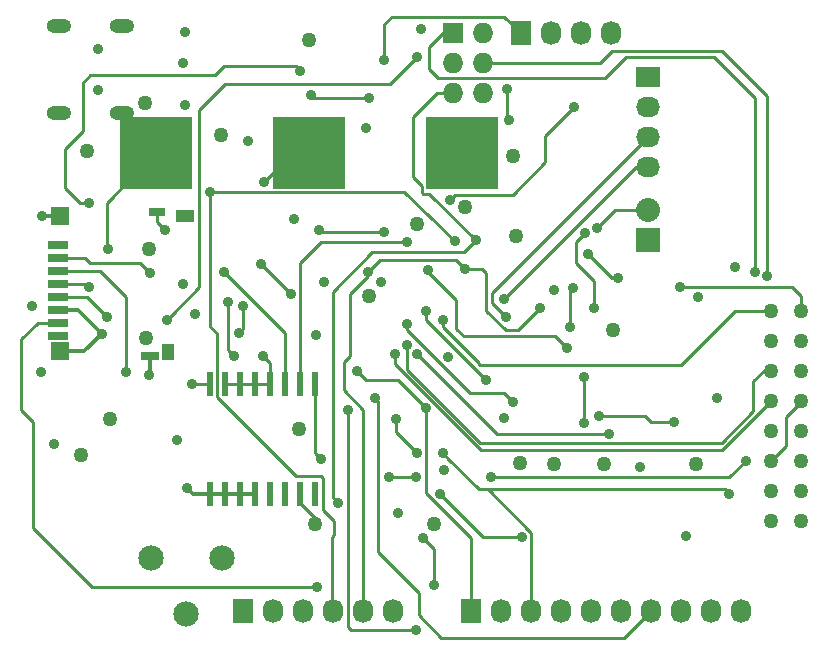
<source format=gbl>
G04 #@! TF.FileFunction,Copper,L4,Bot,Signal*
%FSLAX46Y46*%
G04 Gerber Fmt 4.6, Leading zero omitted, Abs format (unit mm)*
G04 Created by KiCad (PCBNEW (2015-01-06 BZR 5261)-product) date Thursday, April 09, 2015 'PMt' 11:27:51 PM*
%MOMM*%
G01*
G04 APERTURE LIST*
%ADD10C,0.152400*%
%ADD11C,1.270000*%
%ADD12C,2.150000*%
%ADD13R,1.727200X2.032000*%
%ADD14O,1.727200X2.032000*%
%ADD15R,2.032000X1.727200*%
%ADD16O,2.032000X1.727200*%
%ADD17R,2.032000X2.032000*%
%ADD18O,2.032000X2.032000*%
%ADD19O,2.100000X1.200000*%
%ADD20C,0.900000*%
%ADD21R,1.750000X0.700000*%
%ADD22R,1.500000X1.500000*%
%ADD23R,1.500000X0.800000*%
%ADD24R,1.400000X0.800000*%
%ADD25R,1.550000X1.000000*%
%ADD26R,1.000000X1.450000*%
%ADD27R,1.727200X1.727200*%
%ADD28O,1.727200X1.727200*%
%ADD29R,6.096000X6.096000*%
%ADD30R,0.590000X2.050000*%
%ADD31C,0.889000*%
%ADD32C,0.355600*%
%ADD33C,0.762000*%
%ADD34C,0.254000*%
G04 APERTURE END LIST*
D10*
D11*
X195326000Y-129413000D03*
X197866000Y-129413000D03*
X195326000Y-126873000D03*
X197866000Y-126873000D03*
X195326000Y-124333000D03*
X197866000Y-124333000D03*
X195326000Y-121793000D03*
X197866000Y-121793000D03*
X195326000Y-119253000D03*
X197866000Y-119253000D03*
X195326000Y-116713000D03*
X197866000Y-116713000D03*
X195326000Y-114173000D03*
X197866000Y-114173000D03*
X195326000Y-111633000D03*
X197866000Y-111633000D03*
D12*
X142796000Y-132588000D03*
X148796000Y-132588000D03*
X145796000Y-137288000D03*
D13*
X150622000Y-137033000D03*
D14*
X153162000Y-137033000D03*
X155702000Y-137033000D03*
X158242000Y-137033000D03*
X160782000Y-137033000D03*
X163322000Y-137033000D03*
D13*
X169926000Y-137033000D03*
D14*
X172466000Y-137033000D03*
X175006000Y-137033000D03*
X177546000Y-137033000D03*
X180086000Y-137033000D03*
X182626000Y-137033000D03*
X185166000Y-137033000D03*
X187706000Y-137033000D03*
X190246000Y-137033000D03*
X192786000Y-137033000D03*
D15*
X184912000Y-91821000D03*
D16*
X184912000Y-94361000D03*
X184912000Y-96901000D03*
X184912000Y-99441000D03*
D17*
X184912000Y-105664000D03*
D18*
X184912000Y-103124000D03*
D19*
X140323000Y-87536000D03*
X140323000Y-94836000D03*
X135023000Y-94836000D03*
X135023000Y-87536000D03*
D20*
X138323000Y-89436000D03*
X138323000Y-92936000D03*
D21*
X134977000Y-106067000D03*
X134977000Y-107167000D03*
X134977000Y-108267000D03*
X134977000Y-109367000D03*
X134977000Y-110467000D03*
X134977000Y-111567000D03*
X134977000Y-112667000D03*
X134977000Y-113767000D03*
D22*
X135077000Y-115067000D03*
X135077000Y-103617000D03*
D23*
X142757000Y-115417000D03*
D24*
X143327000Y-103267000D03*
D25*
X145727000Y-103617000D03*
D26*
X144227000Y-115117000D03*
D27*
X168402000Y-88138000D03*
D28*
X170942000Y-88138000D03*
X168402000Y-90678000D03*
X170942000Y-90678000D03*
X168402000Y-93218000D03*
X170942000Y-93218000D03*
D29*
X156210000Y-98298000D03*
X169164000Y-98298000D03*
X143256000Y-98298000D03*
D30*
X156718000Y-127127000D03*
X155448000Y-127127000D03*
X154178000Y-127127000D03*
X152908000Y-127127000D03*
X151638000Y-127127000D03*
X150368000Y-127127000D03*
X149098000Y-127127000D03*
X147828000Y-127127000D03*
X147828000Y-117817000D03*
X149098000Y-117817000D03*
X150368000Y-117817000D03*
X151638000Y-117817000D03*
X152908000Y-117817000D03*
X154178000Y-117817000D03*
X155448000Y-117817000D03*
X156718000Y-117817000D03*
D13*
X174117000Y-88138000D03*
D14*
X176657000Y-88138000D03*
X179197000Y-88138000D03*
X181737000Y-88138000D03*
D11*
X156718000Y-129667000D03*
X139344400Y-120802400D03*
X137414000Y-98094800D03*
X142290800Y-94030800D03*
X142392400Y-113944400D03*
X155346400Y-121666000D03*
X176936400Y-124561600D03*
X166776400Y-129692400D03*
X181203600Y-124612400D03*
X181965600Y-113233200D03*
X169367200Y-102870000D03*
X173685200Y-105257600D03*
X136855200Y-123799600D03*
X156159200Y-88696800D03*
X142646400Y-106375200D03*
X188925200Y-124612400D03*
X174091600Y-124506010D03*
X148717000Y-96774000D03*
X165354000Y-104267000D03*
X173434195Y-98506858D03*
X161243990Y-110363000D03*
D31*
X156768800Y-113690400D03*
X146558000Y-111887000D03*
X145669000Y-88011000D03*
X145542000Y-90678000D03*
X132715000Y-111252000D03*
X133477000Y-116840000D03*
X134620000Y-122936000D03*
X145034000Y-122555000D03*
X192278000Y-107950000D03*
X189103000Y-110490000D03*
X190754000Y-118999000D03*
X188112400Y-130708400D03*
X184200800Y-124815600D03*
X172669200Y-120700800D03*
X163728400Y-128778000D03*
X145491200Y-109372400D03*
X145694400Y-94183200D03*
X146253200Y-117805200D03*
X154940000Y-103835200D03*
X157480000Y-109169200D03*
X167640000Y-125120400D03*
X176936400Y-109829600D03*
X165709600Y-87782400D03*
X144018000Y-104800400D03*
X133553200Y-103632000D03*
X138633200Y-113588800D03*
X142646400Y-117094000D03*
X145846800Y-126644400D03*
X167944800Y-115570000D03*
X151003000Y-97282000D03*
X161036000Y-96139000D03*
X152273000Y-115443000D03*
X162306000Y-109220000D03*
X152400000Y-100711000D03*
X180594000Y-104648000D03*
X148971000Y-108331000D03*
X139192000Y-106426000D03*
X157226000Y-124206000D03*
X162941000Y-125730000D03*
X165227000Y-125730000D03*
X179578000Y-105029000D03*
X180340000Y-111379000D03*
X179451000Y-117221000D03*
X179451000Y-121158000D03*
X174244000Y-130810000D03*
X167259000Y-127127000D03*
X162560000Y-90424000D03*
X164465000Y-105791000D03*
X172974000Y-92837000D03*
X173098346Y-95503722D03*
X178562000Y-109728000D03*
X178308000Y-113030000D03*
X172847000Y-112141000D03*
X172720000Y-110617000D03*
X165354000Y-90170000D03*
X166116000Y-119888000D03*
X150241000Y-113538000D03*
X150622000Y-111252000D03*
X152146000Y-107696000D03*
X154686000Y-110236000D03*
X160274000Y-116713000D03*
X144145000Y-112395000D03*
X171577000Y-125730000D03*
X193167000Y-124333000D03*
X193929000Y-108331000D03*
X156845000Y-135001000D03*
X191770000Y-127127000D03*
X194945000Y-108712000D03*
X165354000Y-123698000D03*
X163576000Y-120777000D03*
X167509111Y-123701889D03*
X164465000Y-114554000D03*
X163449000Y-115316000D03*
X164465000Y-112776000D03*
X173482000Y-119380000D03*
X180721000Y-120523000D03*
X187071000Y-121031000D03*
X165354000Y-115316000D03*
X181610000Y-122047000D03*
X171196000Y-117475000D03*
X166116000Y-111633000D03*
X178054000Y-114808000D03*
X166243000Y-108204000D03*
X147828000Y-101600000D03*
X168529000Y-105727500D03*
X167513000Y-112395000D03*
X175768000Y-111379000D03*
X187579000Y-109601000D03*
X169418000Y-108077000D03*
X161163000Y-108331000D03*
X139065000Y-112141000D03*
X142748000Y-108458000D03*
X149352000Y-110871000D03*
X149860000Y-115443000D03*
X140716000Y-116840000D03*
X179832000Y-106807000D03*
X182372000Y-108839000D03*
X137541000Y-102489000D03*
X155448000Y-91313000D03*
X158635231Y-127876769D03*
X166814500Y-134874000D03*
X165862000Y-130873500D03*
X170307000Y-105664000D03*
X165227000Y-138684000D03*
X159512000Y-120015000D03*
X161798000Y-118999000D03*
X137541000Y-109601000D03*
X178663600Y-94335600D03*
X168097200Y-102260400D03*
X162509200Y-104952800D03*
X157073600Y-104800400D03*
X156337000Y-93345000D03*
X161290000Y-93599000D03*
D32*
X156718000Y-129127000D02*
X156718000Y-129667000D01*
X155448000Y-127127000D02*
X155448000Y-127857000D01*
X155448000Y-127857000D02*
X156718000Y-129127000D01*
D33*
X142290800Y-94030800D02*
X142138400Y-94030800D01*
D34*
X152908000Y-117817000D02*
X151638000Y-117817000D01*
X151638000Y-117817000D02*
X150368000Y-117817000D01*
X150368000Y-117817000D02*
X149098000Y-117817000D01*
X146265000Y-117817000D02*
X146253200Y-117805200D01*
X147828000Y-117817000D02*
X146265000Y-117817000D01*
X143327000Y-104109400D02*
X144018000Y-104800400D01*
X143327000Y-103267000D02*
X143327000Y-104109400D01*
D32*
X133568200Y-103617000D02*
X133553200Y-103632000D01*
X135077000Y-103617000D02*
X133568200Y-103617000D01*
X137155000Y-115067000D02*
X138633200Y-113588800D01*
X136611400Y-111567000D02*
X134977000Y-111567000D01*
X136611400Y-111567000D02*
X138633200Y-113588800D01*
X135077000Y-115067000D02*
X137155000Y-115067000D01*
X142757000Y-116983400D02*
X142646400Y-117094000D01*
X142757000Y-115417000D02*
X142757000Y-116983400D01*
X151638000Y-127127000D02*
X150368000Y-127127000D01*
X150368000Y-127127000D02*
X149098000Y-127127000D01*
X149098000Y-127127000D02*
X147828000Y-127127000D01*
X146329400Y-127127000D02*
X145846800Y-126644400D01*
X147828000Y-127127000D02*
X146329400Y-127127000D01*
D34*
X196596000Y-123063000D02*
X195326000Y-124333000D01*
X196596000Y-120650000D02*
X196596000Y-123063000D01*
X197866000Y-119380000D02*
X196596000Y-120650000D01*
X197866000Y-119253000D02*
X197866000Y-119380000D01*
X152908000Y-116078000D02*
X152273000Y-115443000D01*
X152908000Y-117817000D02*
X152908000Y-116078000D01*
X154813000Y-98298000D02*
X152400000Y-100711000D01*
X156210000Y-98298000D02*
X154813000Y-98298000D01*
X180594000Y-104648000D02*
X182118000Y-103124000D01*
X182118000Y-103124000D02*
X184912000Y-103124000D01*
X154178000Y-113538000D02*
X148971000Y-108331000D01*
X139192000Y-106426000D02*
X139065000Y-106299000D01*
X139065000Y-106299000D02*
X139065000Y-102489000D01*
X139065000Y-102489000D02*
X143256000Y-98298000D01*
X154178000Y-117817000D02*
X154178000Y-113538000D01*
X156718000Y-123698000D02*
X157226000Y-124206000D01*
X156718000Y-117817000D02*
X156718000Y-123698000D01*
X162941000Y-125730000D02*
X165227000Y-125730000D01*
X178816000Y-107569000D02*
X178816000Y-105791000D01*
X178816000Y-105791000D02*
X179578000Y-105029000D01*
X180340000Y-109093000D02*
X178816000Y-107569000D01*
X180340000Y-111379000D02*
X180340000Y-109093000D01*
X179451000Y-121158000D02*
X179451000Y-117221000D01*
X170942000Y-130810000D02*
X174244000Y-130810000D01*
X167259000Y-127127000D02*
X170942000Y-130810000D01*
X172720000Y-86741000D02*
X174117000Y-88138000D01*
X163195000Y-86741000D02*
X172720000Y-86741000D01*
X162560000Y-87376000D02*
X163195000Y-86741000D01*
X162560000Y-90424000D02*
X162560000Y-87376000D01*
X157226000Y-105791000D02*
X164465000Y-105791000D01*
X155448000Y-107569000D02*
X157226000Y-105791000D01*
X155448000Y-117817000D02*
X155448000Y-107569000D01*
X172974000Y-95379376D02*
X173098346Y-95503722D01*
X172974000Y-92837000D02*
X172974000Y-95379376D01*
X172847000Y-95755068D02*
X173098346Y-95503722D01*
X178562000Y-109728000D02*
X178308000Y-109982000D01*
X178308000Y-109982000D02*
X178308000Y-113030000D01*
X171704000Y-110109000D02*
X171704000Y-110998000D01*
X171704000Y-110998000D02*
X172847000Y-112141000D01*
X184912000Y-96901000D02*
X171704000Y-110109000D01*
X183896000Y-99441000D02*
X172720000Y-110617000D01*
X184912000Y-99441000D02*
X183896000Y-99441000D01*
X169926000Y-130865374D02*
X169926000Y-135763000D01*
X166116000Y-127055374D02*
X169926000Y-130865374D01*
X166116000Y-119888000D02*
X166116000Y-127055374D01*
X169926000Y-135763000D02*
X169926000Y-137033000D01*
X150241000Y-113538000D02*
X150622000Y-113157000D01*
X150622000Y-113157000D02*
X150622000Y-111252000D01*
X152146000Y-107696000D02*
X154686000Y-110236000D01*
X160274000Y-116713000D02*
X161036000Y-117475000D01*
X161036000Y-117475000D02*
X163703000Y-117475000D01*
X163703000Y-117475000D02*
X166116000Y-119888000D01*
X144589499Y-111950501D02*
X144145000Y-112395000D01*
X146899159Y-109640841D02*
X144589499Y-111950501D01*
X149098000Y-92456000D02*
X146899159Y-94654841D01*
X146899159Y-94654841D02*
X146899159Y-109640841D01*
X163068000Y-92456000D02*
X149098000Y-92456000D01*
X165354000Y-90170000D02*
X163068000Y-92456000D01*
X168402000Y-88138000D02*
X167513000Y-88138000D01*
X191770000Y-125730000D02*
X171577000Y-125730000D01*
X193167000Y-124333000D02*
X191770000Y-125730000D01*
X193929000Y-93599000D02*
X193929000Y-108331000D01*
X190500000Y-90170000D02*
X193929000Y-93599000D01*
X183007000Y-90170000D02*
X190500000Y-90170000D01*
X181229000Y-91948000D02*
X183007000Y-90170000D01*
X167132000Y-91948000D02*
X181229000Y-91948000D01*
X166370000Y-91186000D02*
X167132000Y-91948000D01*
X166370000Y-89281000D02*
X166370000Y-91186000D01*
X167513000Y-88138000D02*
X166370000Y-89281000D01*
X156845000Y-135001000D02*
X137795000Y-135001000D01*
X137795000Y-135001000D02*
X132842000Y-130048000D01*
X132842000Y-130048000D02*
X132842000Y-121031000D01*
X132842000Y-121031000D02*
X131826000Y-120015000D01*
X131826000Y-120015000D02*
X131826000Y-114046000D01*
X131826000Y-114046000D02*
X133205000Y-112667000D01*
X133205000Y-112667000D02*
X134977000Y-112667000D01*
X170942000Y-90678000D02*
X180848000Y-90678000D01*
X191389000Y-126746000D02*
X171323000Y-126746000D01*
X191770000Y-127127000D02*
X191389000Y-126746000D01*
X194945000Y-93472000D02*
X194945000Y-108712000D01*
X191135000Y-89662000D02*
X194945000Y-93472000D01*
X181864000Y-89662000D02*
X191135000Y-89662000D01*
X180848000Y-90678000D02*
X181864000Y-89662000D01*
X171323000Y-126746000D02*
X175006000Y-130429000D01*
X175006000Y-130429000D02*
X175006000Y-137033000D01*
X165354000Y-123698000D02*
X163576000Y-121920000D01*
X163576000Y-121920000D02*
X163576000Y-120777000D01*
X170553222Y-126746000D02*
X167953610Y-124146388D01*
X167953610Y-124146388D02*
X167509111Y-123701889D01*
X171323000Y-126746000D02*
X170553222Y-126746000D01*
X194691000Y-116713000D02*
X195326000Y-116713000D01*
X194691000Y-116713000D02*
X195326000Y-116713000D01*
X193802000Y-117602000D02*
X194691000Y-116713000D01*
X193802000Y-120142000D02*
X193802000Y-117602000D01*
X170662600Y-122809000D02*
X191135000Y-122809000D01*
X164465000Y-116611400D02*
X170662600Y-122809000D01*
X191135000Y-122809000D02*
X193802000Y-120142000D01*
X164465000Y-114554000D02*
X164465000Y-116611400D01*
X163449000Y-115316000D02*
X163449000Y-116170150D01*
X163449000Y-116170150D02*
X170722850Y-123444000D01*
X170722850Y-123444000D02*
X191135000Y-123444000D01*
X191135000Y-123444000D02*
X194691001Y-119887999D01*
X194691001Y-119887999D02*
X195326000Y-119253000D01*
X184658000Y-120523000D02*
X180721000Y-120523000D01*
X185166000Y-121031000D02*
X184658000Y-120523000D01*
X187071000Y-121031000D02*
X185166000Y-121031000D01*
X169824400Y-118618000D02*
X164465000Y-113258600D01*
X164465000Y-113258600D02*
X164465000Y-112776000D01*
X172720000Y-118618000D02*
X169824400Y-118618000D01*
X173482000Y-119380000D02*
X172720000Y-118618000D01*
X165354000Y-115316000D02*
X172085000Y-122047000D01*
X172085000Y-122047000D02*
X181610000Y-122047000D01*
X171196000Y-117475000D02*
X166116000Y-112395000D01*
X166116000Y-112395000D02*
X166116000Y-111633000D01*
X178054000Y-114808000D02*
X177038000Y-113792000D01*
X177038000Y-113792000D02*
X169291000Y-113792000D01*
X169291000Y-113792000D02*
X168656000Y-113157000D01*
X168656000Y-113157000D02*
X168656000Y-110744000D01*
X168656000Y-110744000D02*
X166243000Y-108331000D01*
X166243000Y-108331000D02*
X166243000Y-108204000D01*
X147828000Y-112970800D02*
X148402401Y-113545201D01*
X157190801Y-125593999D02*
X157394001Y-125797199D01*
X157394001Y-128517239D02*
X158288001Y-129411239D01*
X158288001Y-130636999D02*
X158178500Y-130746500D01*
X147828000Y-101600000D02*
X147828000Y-112970800D01*
X157394001Y-125797199D02*
X157394001Y-128517239D01*
X148402401Y-113545201D02*
X148402401Y-118938401D01*
X148402401Y-118938401D02*
X155057999Y-125593999D01*
X158288001Y-129411239D02*
X158288001Y-130636999D01*
X155057999Y-125593999D02*
X157190801Y-125593999D01*
X158178500Y-130746500D02*
X158242000Y-130810000D01*
X164211000Y-101600000D02*
X147828000Y-101600000D01*
X168529000Y-105727500D02*
X164211000Y-101600000D01*
X170561000Y-116205000D02*
X170561000Y-116078000D01*
X192278000Y-111633000D02*
X187706000Y-116205000D01*
X187706000Y-116205000D02*
X170561000Y-116205000D01*
X195326000Y-111633000D02*
X192278000Y-111633000D01*
X167513000Y-113030000D02*
X167513000Y-112395000D01*
X170561000Y-116078000D02*
X167513000Y-113030000D01*
X158178500Y-136969500D02*
X158242000Y-137033000D01*
X158178500Y-130746500D02*
X158178500Y-136969500D01*
X197866000Y-111633000D02*
X197866000Y-110363000D01*
X170815000Y-108077000D02*
X169418000Y-108077000D01*
X171196000Y-108458000D02*
X170815000Y-108077000D01*
X171196000Y-111633000D02*
X171196000Y-108458000D01*
X172847000Y-113284000D02*
X171196000Y-111633000D01*
X173863000Y-113284000D02*
X172847000Y-113284000D01*
X175768000Y-111379000D02*
X173863000Y-113284000D01*
X197104000Y-109601000D02*
X187579000Y-109601000D01*
X197866000Y-110363000D02*
X197104000Y-109601000D01*
X169418000Y-108077000D02*
X168656000Y-107315000D01*
X168656000Y-107315000D02*
X162179000Y-107315000D01*
X162179000Y-107315000D02*
X161163000Y-108331000D01*
X160782000Y-120015000D02*
X160782000Y-137033000D01*
X159131000Y-118364000D02*
X160782000Y-120015000D01*
X159131000Y-115951000D02*
X159131000Y-118364000D01*
X159639000Y-110236000D02*
X159639000Y-115443000D01*
X161163000Y-108712000D02*
X159639000Y-110236000D01*
X159639000Y-115443000D02*
X159131000Y-115951000D01*
X161163000Y-108331000D02*
X161163000Y-108712000D01*
X135000000Y-110490000D02*
X134977000Y-110467000D01*
X139065000Y-112141000D02*
X137414000Y-110490000D01*
X137414000Y-110490000D02*
X135000000Y-110490000D01*
X137266000Y-107167000D02*
X134977000Y-107167000D01*
X137668000Y-107569000D02*
X137266000Y-107167000D01*
X141859000Y-107569000D02*
X137668000Y-107569000D01*
X142748000Y-108458000D02*
X141859000Y-107569000D01*
X149352000Y-114935000D02*
X149352000Y-110871000D01*
X149860000Y-115443000D02*
X149352000Y-114935000D01*
X138493000Y-108267000D02*
X140716000Y-110490000D01*
X140716000Y-110490000D02*
X140716000Y-116840000D01*
X134977000Y-108267000D02*
X138493000Y-108267000D01*
X179832000Y-106807000D02*
X181864000Y-108839000D01*
X181864000Y-108839000D02*
X182372000Y-108839000D01*
X136779000Y-102489000D02*
X137541000Y-102489000D01*
X135509000Y-101219000D02*
X136779000Y-102489000D01*
X135509000Y-97917000D02*
X135509000Y-101219000D01*
X137033000Y-96393000D02*
X135509000Y-97917000D01*
X137033000Y-92329000D02*
X137033000Y-96393000D01*
X137668000Y-91694000D02*
X137033000Y-92329000D01*
X148209000Y-91694000D02*
X137668000Y-91694000D01*
X148971000Y-90932000D02*
X148209000Y-91694000D01*
X155067000Y-90932000D02*
X148971000Y-90932000D01*
X155448000Y-91313000D02*
X155067000Y-90932000D01*
X161544000Y-106680000D02*
X158190732Y-110033268D01*
X170307000Y-105664000D02*
X169291000Y-106680000D01*
X158190732Y-110033268D02*
X158190732Y-127432270D01*
X169291000Y-106680000D02*
X161544000Y-106680000D01*
X158190732Y-127432270D02*
X158635231Y-127876769D01*
X170307000Y-105664000D02*
X166370001Y-101727001D01*
X166370001Y-101727001D02*
X165811199Y-101727001D01*
X165811199Y-101727001D02*
X165734999Y-101650801D01*
X165734999Y-101650801D02*
X165734999Y-101091999D01*
X165734999Y-101091999D02*
X164973000Y-100330000D01*
X164973000Y-100330000D02*
X164973000Y-95250000D01*
X164973000Y-95250000D02*
X167005000Y-93218000D01*
X167005000Y-93218000D02*
X168402000Y-93218000D01*
X166814500Y-131826000D02*
X166814500Y-134874000D01*
X165862000Y-130873500D02*
X166814500Y-131826000D01*
X159512000Y-120015000D02*
X159512000Y-138430000D01*
X159512000Y-138430000D02*
X159766000Y-138684000D01*
X159766000Y-138684000D02*
X165227000Y-138684000D01*
X162052000Y-132080000D02*
X165481000Y-135509000D01*
X162052000Y-119253000D02*
X162052000Y-132080000D01*
X182880000Y-139319000D02*
X185166000Y-137033000D01*
X167386000Y-139319000D02*
X182880000Y-139319000D01*
X165481000Y-137414000D02*
X167386000Y-139319000D01*
X165481000Y-135509000D02*
X165481000Y-137414000D01*
X161798000Y-118999000D02*
X162052000Y-119253000D01*
X137307000Y-109367000D02*
X137541000Y-109601000D01*
X134977000Y-109367000D02*
X137307000Y-109367000D01*
X178663600Y-94335600D02*
X176174400Y-96824800D01*
X176174400Y-96824800D02*
X176174400Y-99060000D01*
X176174400Y-99060000D02*
X173431200Y-101803200D01*
X173431200Y-101803200D02*
X168554400Y-101803200D01*
X168554400Y-101803200D02*
X168097200Y-102260400D01*
X162509200Y-104952800D02*
X156972000Y-104952800D01*
X156972000Y-104952800D02*
X157073600Y-104851200D01*
X157073600Y-104851200D02*
X157073600Y-104800400D01*
X156337000Y-93345000D02*
X156591000Y-93599000D01*
X156591000Y-93599000D02*
X161290000Y-93599000D01*
M02*

</source>
